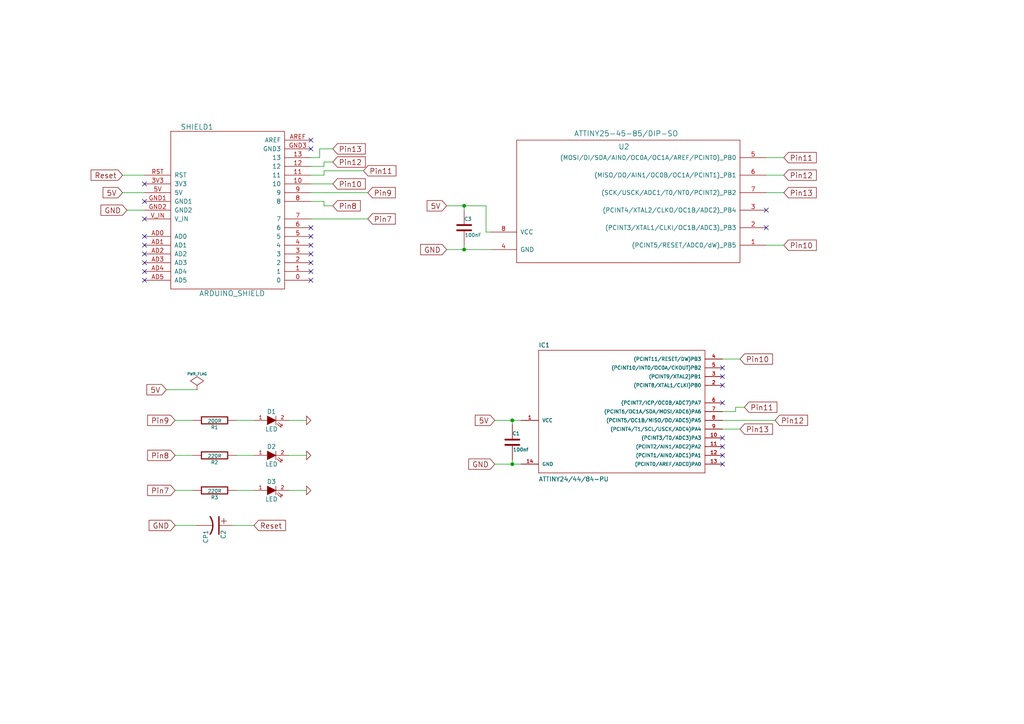
<source format=kicad_sch>
(kicad_sch (version 20230121) (generator eeschema)
  (paper "A4")
  (title_block (title "ATTINY Programmer Shield") (date "4/7/2017") (rev "1.0") (company "Quentin McDonald"))
  (lib_symbols
    (symbol "Arduino-ATTINY-Programmer-Shield-rescue:ARDUINO_SHIELD" (pin_names (offset 1.016))
      (property "Reference" "SHIELD" (at -8.89 24.13 0))
      (property "Value" "ARDUINO_SHIELD" (at 1.27 -24.13 0))
      (symbol "ARDUINO_SHIELD_0_1"
        (rectangle (start -16.51 -22.86) (end 16.51 22.86))
      )
      (symbol "ARDUINO_SHIELD_1_1"
        (pin bidirectional line (at 24.13 -20.32 180) (length 7.62) (name "0") (number "0"))
        (pin bidirectional line (at 24.13 -17.78 180) (length 7.62) (name "1") (number "1"))
        (pin bidirectional line (at 24.13 7.62 180) (length 7.62) (name "10") (number "10"))
        (pin bidirectional line (at 24.13 10.16 180) (length 7.62) (name "11") (number "11"))
        (pin bidirectional line (at 24.13 12.7 180) (length 7.62) (name "12") (number "12"))
        (pin bidirectional line (at 24.13 15.24 180) (length 7.62) (name "13") (number "13"))
        (pin bidirectional line (at 24.13 -15.24 180) (length 7.62) (name "2") (number "2"))
        (pin bidirectional line (at 24.13 -12.7 180) (length 7.62) (name "3") (number "3"))
        (pin power_in line (at -24.13 7.62 0) (length 7.62) (name "3V3") (number "3V3"))
        (pin bidirectional line (at 24.13 -10.16 180) (length 7.62) (name "4") (number "4"))
        (pin bidirectional line (at 24.13 -7.62 180) (length 7.62) (name "5") (number "5"))
        (pin power_in line (at -24.13 5.08 0) (length 7.62) (name "5V") (number "5V"))
        (pin bidirectional line (at 24.13 -5.08 180) (length 7.62) (name "6") (number "6"))
        (pin bidirectional line (at 24.13 -2.54 180) (length 7.62) (name "7") (number "7"))
        (pin bidirectional line (at 24.13 2.54 180) (length 7.62) (name "8") (number "8"))
        (pin bidirectional line (at 24.13 5.08 180) (length 7.62) (name "9") (number "9"))
        (pin bidirectional line (at -24.13 -7.62 0) (length 7.62) (name "AD0") (number "AD0"))
        (pin bidirectional line (at -24.13 -10.16 0) (length 7.62) (name "AD1") (number "AD1"))
        (pin bidirectional line (at -24.13 -12.7 0) (length 7.62) (name "AD2") (number "AD2"))
        (pin bidirectional line (at -24.13 -15.24 0) (length 7.62) (name "AD3") (number "AD3"))
        (pin bidirectional line (at -24.13 -17.78 0) (length 7.62) (name "AD4") (number "AD4"))
        (pin bidirectional line (at -24.13 -20.32 0) (length 7.62) (name "AD5") (number "AD5"))
        (pin power_in line (at 24.13 20.32 180) (length 7.62) (name "AREF") (number "AREF"))
        (pin power_in line (at -24.13 2.54 0) (length 7.62) (name "GND1") (number "GND1"))
        (pin power_in line (at -24.13 0 0) (length 7.62) (name "GND2") (number "GND2"))
        (pin power_in line (at 24.13 17.78 180) (length 7.62) (name "GND3") (number "GND3"))
        (pin input line (at -24.13 10.16 0) (length 7.62) (name "RST") (number "RST"))
        (pin power_in line (at -24.13 -2.54 0) (length 7.62) (name "V_IN") (number "V_IN"))
      )
    )
    (symbol "Arduino-ATTINY-Programmer-Shield-rescue:ATTINY24/44/84-PU" (pin_names (offset 1.016))
      (property "Reference" "IC" (at -2.54 18.542 0))
      (property "Value" "ATTINY24/44/84-PU" (at -2.54 -20.32 0))
      (symbol "ATTINY24/44/84-PU_1_0"
        (polyline (pts (xy -2.54 -17.78) (xy -2.54 17.78)))
        (polyline (pts (xy -2.54 17.78) (xy 45.72 17.78)))
        (polyline (pts (xy 45.72 -17.78) (xy -2.54 -17.78)))
        (polyline (pts (xy 45.72 17.78) (xy 45.72 -17.78)))
      )
      (symbol "ATTINY24/44/84-PU_1_1"
        (pin power_in line (at -7.62 -2.54 0) (length 5.08) (name "VCC") (number "1"))
        (pin bidirectional line (at 50.8 -7.62 180) (length 5.08) (name "(PCINT3/T0/ADC3)PA3") (number "10"))
        (pin bidirectional line (at 50.8 -10.16 180) (length 5.08) (name "(PCINT2/AIN1/ADC2)PA2") (number "11"))
        (pin bidirectional line (at 50.8 -12.7 180) (length 5.08) (name "(PCINT1/AIN0/ADC1)PA1") (number "12"))
        (pin bidirectional line (at 50.8 -15.24 180) (length 5.08) (name "(PCINT0/AREF/ADC0)PA0") (number "13"))
        (pin power_in line (at -7.62 -15.24 0) (length 5.08) (name "GND") (number "14"))
        (pin bidirectional line (at 50.8 7.62 180) (length 5.08) (name "(PCINT8/XTAL1/CLKI)PB0") (number "2"))
        (pin bidirectional line (at 50.8 10.16 180) (length 5.08) (name "(PCINT9/XTAL2)PB1") (number "3"))
        (pin bidirectional line (at 50.8 15.24 180) (length 5.08) (name "(PCINT11/RESET/DW)PB3") (number "4"))
        (pin bidirectional line (at 50.8 12.7 180) (length 5.08) (name "(PCINT10/INT0/OC0A/CKOUT)PB2") (number "5"))
        (pin bidirectional line (at 50.8 2.54 180) (length 5.08) (name "(PCINT7/ICP/OC0B/ADC7)PA7") (number "6"))
        (pin bidirectional line (at 50.8 0 180) (length 5.08) (name "(PCINT6/OC1A/SDA/MOSI/ADC6)PA6") (number "7"))
        (pin bidirectional line (at 50.8 -2.54 180) (length 5.08) (name "(PCINT5/OC1B/MISO/DO/ADC5)PA5") (number "8"))
        (pin bidirectional line (at 50.8 -5.08 180) (length 5.08) (name "(PCINT4/T1/SCL/USCK/ADC4)PA4") (number "9"))
      )
    )
    (symbol "Arduino-ATTINY-Programmer-Shield-rescue:ATTINY25-45-85/DIP-SO" (pin_names (offset 1.016))
      (property "Reference" " U" (at -0.635 15.875 0))
      (property "Value" "ATTINY25-45-85/DIP-SO" (at 0 19.685 0))
      (symbol "ATTINY25-45-85/DIP-SO_0_1"
        (rectangle (start 33.02 17.78) (end -31.75 -17.78))
      )
      (symbol "ATTINY25-45-85/DIP-SO_1_1"
        (pin input line (at 40.64 -12.7 180) (length 7.62) (name "(PCINT5/RESET/ADC0/dW)_PB5") (number "1"))
        (pin bidirectional line (at 40.64 -7.62 180) (length 7.62) (name "(PCINT3/XTAL1/CLKI/OC1B/ADC3)_PB3") (number "2"))
        (pin bidirectional line (at 40.64 -2.54 180) (length 7.62) (name "(PCINT4/XTAL2/CLKO/OC1B/ADC2)_PB4") (number "3"))
        (pin power_out line (at -39.37 -13.97 0) (length 7.62) (name "GND") (number "4"))
        (pin bidirectional line (at 40.64 12.7 180) (length 7.62) (name "(MOSI/DI/SDA/AIN0/OC0A/OC1A/AREF/PCINT0)_PB0") (number "5"))
        (pin bidirectional line (at 40.64 7.62 180) (length 7.62) (name "(MISO/DO/AIN1/OC0B/OC1A/PCINT1)_PB1") (number "6"))
        (pin bidirectional line (at 40.64 2.54 180) (length 7.62) (name "(SCK/USCK/ADC1/T0/NT0/PCINT2)_PB2") (number "7"))
        (pin power_in line (at -39.37 -8.89 0) (length 7.62) (name "VCC") (number "8"))
      )
    )
    (symbol "Arduino-ATTINY-Programmer-Shield-rescue:C" (pin_numbers hide) (pin_names (offset 0.254))
      (property "Reference" "C" (at 0 2.54 0))
      (property "Value" "C" (at 0.1524 -2.159 0))
      (symbol "C_0_1"
        (polyline (pts (xy -2.032 -0.762) (xy 2.032 -0.762)) (stroke (width 0.508)))
        (polyline (pts (xy -2.032 0.762) (xy 2.032 0.762)) (stroke (width 0.508)))
      )
      (symbol "C_1_1"
        (pin passive line (at 0 5.08 270) (length 4.318) (name "~") (number "1"))
        (pin passive line (at 0 -5.08 90) (length 4.318) (name "~") (number "2"))
      )
    )
    (symbol "Arduino-ATTINY-Programmer-Shield-rescue:CP1" (pin_numbers hide) (pin_names (offset 0.254) hide)
      (property "Reference" "C" (at 1.27 2.54 0))
      (property "Value" "CP1" (at 1.27 -2.54 0))
      (symbol "CP1_0_0"
        (text "+" (at -1.27 2.54 0) (effects (font (size 2.032 2.032))))
      )
      (symbol "CP1_0_1"
        (polyline (pts (xy -2.54 1.27) (xy 2.54 1.27) (xy 1.27 1.27) (xy 1.27 1.27)) (stroke (width 0.381)))
        (arc (start 2.54 -1.27) (mid 0 -0.5009) (end -2.54 -1.27) (stroke (width 0.381)))
      )
      (symbol "CP1_1_1"
        (pin passive line (at 0 5.08 270) (length 3.81) (name "~") (number "1"))
        (pin passive line (at 0 -5.08 90) (length 4.572) (name "~") (number "2"))
      )
    )
    (symbol "Arduino-ATTINY-Programmer-Shield-rescue:GND" (power) (pin_names (offset 0))
      (symbol "GND_0_1"
        (polyline (pts (xy -1.27 0) (xy 0 -1.27) (xy 1.27 0) (xy -1.27 0)))
      )
      (symbol "GND_1_1"
        (pin power_in line (at 0 0 90) (length 0) hide (name "GND") (number "1"))
      )
    )
    (symbol "Arduino-ATTINY-Programmer-Shield-rescue:LED" (pin_names (offset 1.016) hide)
      (property "Reference" "D" (at 0 2.54 0))
      (property "Value" "LED" (at 0 -2.54 0))
      (symbol "LED_0_1"
        (polyline (pts (xy 1.27 1.27) (xy 1.27 -1.27)))
        (polyline (pts (xy -1.27 1.27) (xy 1.27 0) (xy -1.27 -1.27)) (fill (type outline)))
        (polyline (pts (xy 1.651 -1.016) (xy 2.794 -2.032) (xy 2.667 -1.397)))
        (polyline (pts (xy 2.032 -0.635) (xy 3.175 -1.651) (xy 3.048 -1.016)))
      )
      (symbol "LED_1_1"
        (pin passive line (at -5.08 0 0) (length 3.81) (name "A") (number "1"))
        (pin passive line (at 5.08 0 180) (length 3.81) (name "K") (number "2"))
      )
    )
    (symbol "Arduino-ATTINY-Programmer-Shield-rescue:PWR_FLAG" (power) (pin_numbers hide) (pin_names (offset 0) hide)
      (property "Value" "PWR_FLAG" (at 0 4.572 0))
      (symbol "PWR_FLAG_0_0"
        (pin power_out line (at 0 0 90) (length 0) (name "pwr") (number "1"))
      )
      (symbol "PWR_FLAG_0_1"
        (polyline (pts (xy 0 0) (xy 0 1.27) (xy -1.905 2.54) (xy 0 3.81) (xy 1.905 2.54) (xy 0 1.27)))
      )
    )
    (symbol "Arduino-ATTINY-Programmer-Shield-rescue:R" (pin_numbers hide) (pin_names (offset 0))
      (property "Reference" "R" (at 2.032 0 90))
      (property "Value" "R" (at 0.1778 0.0254 90))
      (symbol "R_0_1"
        (rectangle (start -1.016 3.81) (end 1.016 -3.81) (stroke (width 0.3048)))
      )
      (symbol "R_1_1"
        (pin passive line (at 0 6.35 270) (length 2.54) (name "~") (number "1"))
        (pin passive line (at 0 -6.35 90) (length 2.54) (name "~") (number "2"))
      )
    )
  )
  (junction (at 134.62 72.39))
  (junction (at 148.59 134.62))
  (junction (at 148.59 121.92))
  (junction (at 134.62 59.69))
  (no_connect (at 41.91 81.28))
  (no_connect (at 209.55 129.54))
  (no_connect (at 209.55 106.68))
  (no_connect (at 209.55 127))
  (no_connect (at 41.91 58.42))
  (no_connect (at 90.17 43.18))
  (no_connect (at 41.91 78.74))
  (no_connect (at 41.91 76.2))
  (no_connect (at 41.91 68.58))
  (no_connect (at 90.17 66.04))
  (no_connect (at 90.17 40.64))
  (no_connect (at 90.17 73.66))
  (no_connect (at 90.17 78.74))
  (no_connect (at 41.91 53.34))
  (no_connect (at 209.55 116.84))
  (no_connect (at 209.55 132.08))
  (no_connect (at 90.17 71.12))
  (no_connect (at 90.17 81.28))
  (no_connect (at 222.25 66.04))
  (no_connect (at 41.91 63.5))
  (no_connect (at 90.17 68.58))
  (no_connect (at 90.17 76.2))
  (no_connect (at 41.91 73.66))
  (no_connect (at 209.55 109.22))
  (no_connect (at 41.91 71.12))
  (no_connect (at 222.25 60.96))
  (no_connect (at 209.55 111.76))
  (no_connect (at 209.55 134.62))
  (wire (pts (xy 50.8 121.92) (xy 55.88 121.92)))
  (wire (pts (xy 90.17 50.8) (xy 93.98 50.8)))
  (wire (pts (xy 148.59 134.62) (xy 151.13 134.62)))
  (wire (pts (xy 93.98 48.26) (xy 93.98 46.99)))
  (wire (pts (xy 148.59 133.35) (xy 148.59 134.62)))
  (wire (pts (xy 209.55 124.46) (xy 214.63 124.46)))
  (wire (pts (xy 222.25 50.8) (xy 227.33 50.8)))
  (wire (pts (xy 213.36 119.38) (xy 213.36 118.11)))
  (wire (pts (xy 222.25 55.88) (xy 227.33 55.88)))
  (wire (pts (xy 90.17 48.26) (xy 93.98 48.26)))
  (wire (pts (xy 93.98 59.69) (xy 96.52 59.69)))
  (wire (pts (xy 41.91 55.88) (xy 35.56 55.88)))
  (wire (pts (xy 41.91 50.8) (xy 35.56 50.8)))
  (wire (pts (xy 50.8 132.08) (xy 55.88 132.08)))
  (wire (pts (xy 143.51 134.62) (xy 148.59 134.62)))
  (wire (pts (xy 209.55 119.38) (xy 213.36 119.38)))
  (wire (pts (xy 83.82 121.92) (xy 88.9 121.92)))
  (wire (pts (xy 148.59 123.19) (xy 148.59 121.92)))
  (wire (pts (xy 134.62 71.12) (xy 134.62 72.39)))
  (wire (pts (xy 143.51 121.92) (xy 148.59 121.92)))
  (wire (pts (xy 134.62 59.69) (xy 129.54 59.69)))
  (wire (pts (xy 142.24 72.39) (xy 134.62 72.39)))
  (wire (pts (xy 90.17 53.34) (xy 96.52 53.34)))
  (wire (pts (xy 213.36 118.11) (xy 215.9 118.11)))
  (wire (pts (xy 142.24 67.31) (xy 140.97 67.31)))
  (wire (pts (xy 90.17 45.72) (xy 92.71 45.72)))
  (wire (pts (xy 134.62 72.39) (xy 129.54 72.39)))
  (wire (pts (xy 67.31 152.4) (xy 73.66 152.4)))
  (wire (pts (xy 93.98 46.99) (xy 96.52 46.99)))
  (wire (pts (xy 140.97 67.31) (xy 140.97 59.69)))
  (wire (pts (xy 209.55 121.92) (xy 224.79 121.92)))
  (wire (pts (xy 92.71 43.18) (xy 96.52 43.18)))
  (wire (pts (xy 222.25 45.72) (xy 227.33 45.72)))
  (wire (pts (xy 148.59 121.92) (xy 151.13 121.92)))
  (wire (pts (xy 93.98 50.8) (xy 93.98 49.53)))
  (wire (pts (xy 90.17 63.5) (xy 106.68 63.5)))
  (wire (pts (xy 68.58 121.92) (xy 73.66 121.92)))
  (wire (pts (xy 83.82 132.08) (xy 88.9 132.08)))
  (wire (pts (xy 50.8 152.4) (xy 57.15 152.4)))
  (wire (pts (xy 68.58 142.24) (xy 73.66 142.24)))
  (wire (pts (xy 93.98 49.53) (xy 105.41 49.53)))
  (wire (pts (xy 90.17 55.88) (xy 106.68 55.88)))
  (wire (pts (xy 92.71 45.72) (xy 92.71 43.18)))
  (wire (pts (xy 93.98 58.42) (xy 93.98 59.69)))
  (wire (pts (xy 90.17 58.42) (xy 93.98 58.42)))
  (wire (pts (xy 41.91 60.96) (xy 36.83 60.96)))
  (wire (pts (xy 134.62 60.96) (xy 134.62 59.69)))
  (wire (pts (xy 83.82 142.24) (xy 88.9 142.24)))
  (wire (pts (xy 68.58 132.08) (xy 73.66 132.08)))
  (wire (pts (xy 48.26 113.03) (xy 57.15 113.03)))
  (wire (pts (xy 140.97 59.69) (xy 134.62 59.69)))
  (wire (pts (xy 222.25 71.12) (xy 227.33 71.12)))
  (wire (pts (xy 209.55 104.14) (xy 214.63 104.14)))
  (wire (pts (xy 50.8 142.24) (xy 55.88 142.24)))
  (global_label "Pin7" (shape input) (at 50.8 142.24 180) (effects (font (size 1.524 1.524))) (property "Intersheetrefs" "${INTERSHEET_REFS}" (effects hide)))
  (global_label "Pin13" (shape input) (at 96.52 43.18 0) (effects (font (size 1.524 1.524))) (property "Intersheetrefs" "${INTERSHEET_REFS}" (effects hide)))
  (global_label "Reset" (shape input) (at 73.66 152.4 0) (effects (font (size 1.524 1.524))) (property "Intersheetrefs" "${INTERSHEET_REFS}" (effects hide)))
  (global_label "Pin10" (shape input) (at 227.33 71.12 0) (effects (font (size 1.524 1.524))) (property "Intersheetrefs" "${INTERSHEET_REFS}" (effects hide)))
  (global_label "5V" (shape input) (at 129.54 59.69 180) (effects (font (size 1.524 1.524))) (property "Intersheetrefs" "${INTERSHEET_REFS}" (effects hide)))
  (global_label "GND" (shape input) (at 143.51 134.62 180) (effects (font (size 1.524 1.524))) (property "Intersheetrefs" "${INTERSHEET_REFS}" (effects hide)))
  (global_label "Pin13" (shape input) (at 227.33 55.88 0) (effects (font (size 1.524 1.524))) (property "Intersheetrefs" "${INTERSHEET_REFS}" (effects hide)))
  (global_label "Pin12" (shape input) (at 96.52 46.99 0) (effects (font (size 1.524 1.524))) (property "Intersheetrefs" "${INTERSHEET_REFS}" (effects hide)))
  (global_label "Pin12" (shape input) (at 224.79 121.92 0) (effects (font (size 1.524 1.524))) (property "Intersheetrefs" "${INTERSHEET_REFS}" (effects hide)))
  (global_label "Pin8" (shape input) (at 50.8 132.08 180) (effects (font (size 1.524 1.524))) (property "Intersheetrefs" "${INTERSHEET_REFS}" (effects hide)))
  (global_label "Pin8" (shape input) (at 96.52 59.69 0) (effects (font (size 1.524 1.524))) (property "Intersheetrefs" "${INTERSHEET_REFS}" (effects hide)))
  (global_label "GND" (shape input) (at 50.8 152.4 180) (effects (font (size 1.524 1.524))) (property "Intersheetrefs" "${INTERSHEET_REFS}" (effects hide)))
  (global_label "5V" (shape input) (at 48.26 113.03 180) (effects (font (size 1.524 1.524))) (property "Intersheetrefs" "${INTERSHEET_REFS}" (effects hide)))
  (global_label "GND" (shape input) (at 129.54 72.39 180) (effects (font (size 1.524 1.524))) (property "Intersheetrefs" "${INTERSHEET_REFS}" (effects hide)))
  (global_label "Pin9" (shape input) (at 50.8 121.92 180) (effects (font (size 1.524 1.524))) (property "Intersheetrefs" "${INTERSHEET_REFS}" (effects hide)))
  (global_label "Reset" (shape input) (at 35.56 50.8 180) (effects (font (size 1.524 1.524))) (property "Intersheetrefs" "${INTERSHEET_REFS}" (effects hide)))
  (global_label "Pin13" (shape input) (at 214.63 124.46 0) (effects (font (size 1.524 1.524))) (property "Intersheetrefs" "${INTERSHEET_REFS}" (effects hide)))
  (global_label "5V" (shape input) (at 35.56 55.88 180) (effects (font (size 1.524 1.524))) (property "Intersheetrefs" "${INTERSHEET_REFS}" (effects hide)))
  (global_label "Pin11" (shape input) (at 227.33 45.72 0) (effects (font (size 1.524 1.524))) (property "Intersheetrefs" "${INTERSHEET_REFS}" (effects hide)))
  (global_label "Pin9" (shape input) (at 106.68 55.88 0) (effects (font (size 1.524 1.524))) (property "Intersheetrefs" "${INTERSHEET_REFS}" (effects hide)))
  (global_label "Pin11" (shape input) (at 215.9 118.11 0) (effects (font (size 1.524 1.524))) (property "Intersheetrefs" "${INTERSHEET_REFS}" (effects hide)))
  (global_label "Pin12" (shape input) (at 227.33 50.8 0) (effects (font (size 1.524 1.524))) (property "Intersheetrefs" "${INTERSHEET_REFS}" (effects hide)))
  (global_label "Pin10" (shape input) (at 96.52 53.34 0) (effects (font (size 1.524 1.524))) (property "Intersheetrefs" "${INTERSHEET_REFS}" (effects hide)))
  (global_label "5V" (shape input) (at 143.51 121.92 180) (effects (font (size 1.524 1.524))) (property "Intersheetrefs" "${INTERSHEET_REFS}" (effects hide)))
  (global_label "Pin10" (shape input) (at 214.63 104.14 0) (effects (font (size 1.524 1.524))) (property "Intersheetrefs" "${INTERSHEET_REFS}" (effects hide)))
  (global_label "GND" (shape input) (at 36.83 60.96 180) (effects (font (size 1.524 1.524))) (property "Intersheetrefs" "${INTERSHEET_REFS}" (effects hide)))
  (global_label "Pin7" (shape input) (at 106.68 63.5 0) (effects (font (size 1.524 1.524))) (property "Intersheetrefs" "${INTERSHEET_REFS}" (effects hide)))
  (global_label "Pin11" (shape input) (at 105.41 49.53 0) (effects (font (size 1.524 1.524))) (property "Intersheetrefs" "${INTERSHEET_REFS}" (effects hide)))
  (symbol (lib_id "Arduino-ATTINY-Programmer-Shield-rescue:ARDUINO_SHIELD") (at 66.04 60.96 0) (unit 1)
    (property "Reference" "SHIELD1" (at 57.15 36.83 0) (effects (font (size 1.524 1.524))))
    (property "Value" "ARDUINO_SHIELD" (at 67.31 85.09 0) (effects (font (size 1.524 1.524))))
  )
  (symbol (lib_id "Arduino-ATTINY-Programmer-Shield-rescue:ATTINY25-45-85/DIP-SO") (at 181.61 58.42 0) (unit 1)
    (property "Reference" "U2" (at 180.975 42.545 0) (effects (font (size 1.524 1.524))))
    (property "Value" "ATTINY25-45-85/DIP-SO" (at 181.61 38.735 0) (effects (font (size 1.524 1.524))))
  )
  (symbol (lib_id "Arduino-ATTINY-Programmer-Shield-rescue:ATTINY24/44/84-PU") (at 158.75 119.38 0) (unit 1)
    (property "Reference" "IC1" (at 156.21 100.838 0) (effects (justify left bottom)))
    (property "Value" "ATTINY24/44/84-PU" (at 156.21 139.7 0) (effects (justify left bottom)))
    (property "Footprint" "attiny24_44_84-DIL14" (effects hide))
  )
  (symbol (lib_id "Arduino-ATTINY-Programmer-Shield-rescue:C") (at 148.59 128.27 0) (unit 1)
    (property "Reference" "C1" (at 148.59 125.73 0) (effects (font (size 1.016 1.016)) (justify left)))
    (property "Value" "100nf" (at 148.7424 130.429 0) (effects (font (size 1.016 1.016)) (justify left)))
  )
  (symbol (lib_id "Arduino-ATTINY-Programmer-Shield-rescue:R") (at 62.23 121.92 270) (unit 1)
    (property "Reference" "R1" (at 62.23 123.952 90) (effects (font (size 1.016 1.016))))
    (property "Value" "200R" (at 62.2554 122.0978 90) (effects (font (size 1.016 1.016))))
  )
  (symbol (lib_id "Arduino-ATTINY-Programmer-Shield-rescue:LED") (at 78.74 121.92 0) (unit 1)
    (property "Reference" "D1" (at 78.74 119.38 0))
    (property "Value" "LED" (at 78.74 124.46 0))
  )
  (symbol (lib_id "Arduino-ATTINY-Programmer-Shield-rescue:GND") (at 88.9 121.92 90) (unit 1)
    (property "Reference" "#PWR01" (effects hide))
    (property "Value" "GND" (effects hide))
  )
  (symbol (lib_id "Arduino-ATTINY-Programmer-Shield-rescue:R") (at 62.23 132.08 270) (unit 1)
    (property "Reference" "R2" (at 62.23 134.112 90) (effects (font (size 1.016 1.016))))
    (property "Value" "220R" (at 62.2554 132.2578 90) (effects (font (size 1.016 1.016))))
  )
  (symbol (lib_id "Arduino-ATTINY-Programmer-Shield-rescue:LED") (at 78.74 132.08 0) (unit 1)
    (property "Reference" "D2" (at 78.74 129.54 0))
    (property "Value" "LED" (at 78.74 134.62 0))
  )
  (symbol (lib_id "Arduino-ATTINY-Programmer-Shield-rescue:GND") (at 88.9 132.08 90) (unit 1)
    (property "Reference" "#PWR02" (effects hide))
    (property "Value" "GND" (effects hide))
  )
  (symbol (lib_id "Arduino-ATTINY-Programmer-Shield-rescue:R") (at 62.23 142.24 270) (unit 1)
    (property "Reference" "R3" (at 62.23 144.272 90) (effects (font (size 1.016 1.016))))
    (property "Value" "220R" (at 62.2554 142.4178 90) (effects (font (size 1.016 1.016))))
  )
  (symbol (lib_id "Arduino-ATTINY-Programmer-Shield-rescue:LED") (at 78.74 142.24 0) (unit 1)
    (property "Reference" "D3" (at 78.74 139.7 0))
    (property "Value" "LED" (at 78.74 144.78 0))
  )
  (symbol (lib_id "Arduino-ATTINY-Programmer-Shield-rescue:GND") (at 88.9 142.24 90) (unit 1)
    (property "Reference" "#PWR03" (effects hide))
    (property "Value" "GND" (effects hide))
  )
  (symbol (lib_id "Arduino-ATTINY-Programmer-Shield-rescue:PWR_FLAG") (at 57.15 113.03 0) (unit 1)
    (property "Reference" "#FLG04" (effects hide))
    (property "Value" "PWR_FLAG" (at 57.15 108.458 0) (effects (font (size 0.762 0.762))))
  )
  (symbol (lib_id "Arduino-ATTINY-Programmer-Shield-rescue:C") (at 134.62 66.04 0) (unit 1)
    (property "Reference" "C3" (at 134.62 63.5 0) (effects (font (size 1.016 1.016)) (justify left)))
    (property "Value" "100nF" (at 134.7724 68.199 0) (effects (font (size 1.016 1.016)) (justify left)))
  )
  (symbol (lib_id "Arduino-ATTINY-Programmer-Shield-rescue:CP1") (at 62.23 152.4 270) (unit 1)
    (property "Reference" "C2" (at 64.77 153.67 0) (effects (justify left)))
    (property "Value" "CP1" (at 59.69 153.67 0) (effects (justify left)))
  )
)
</source>
